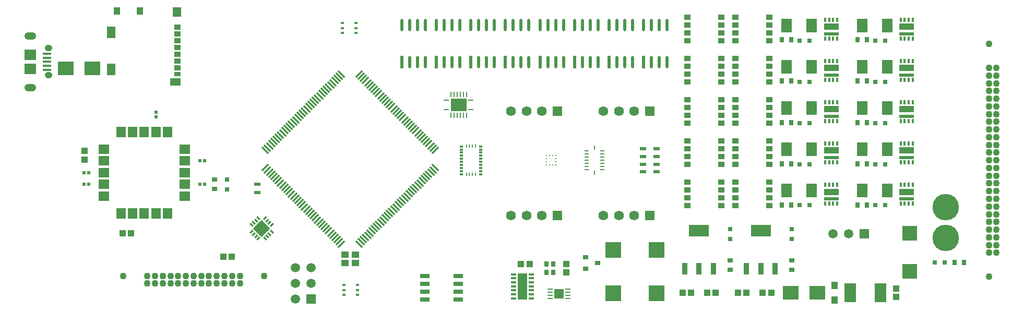
<source format=gbr>
%TF.GenerationSoftware,Altium Limited,Altium Designer,22.4.2 (48)*%
G04 Layer_Color=255*
%FSLAX45Y45*%
%MOMM*%
%TF.SameCoordinates,1579B7B8-C0FA-446B-BA7A-E71437B095E0*%
%TF.FilePolarity,Positive*%
%TF.FileFunction,Pads,Top*%
%TF.Part,Single*%
G01*
G75*
%TA.AperFunction,SMDPad,CuDef*%
G04:AMPARAMS|DCode=16|XSize=0.3mm|YSize=1.5mm|CornerRadius=0mm|HoleSize=0mm|Usage=FLASHONLY|Rotation=315.000|XOffset=0mm|YOffset=0mm|HoleType=Round|Shape=Rectangle|*
%AMROTATEDRECTD16*
4,1,4,-0.63640,-0.42426,0.42426,0.63640,0.63640,0.42426,-0.42426,-0.63640,-0.63640,-0.42426,0.0*
%
%ADD16ROTATEDRECTD16*%

%ADD17R,1.10000X0.60000*%
%TA.AperFunction,SMDPad,SMDef*%
%ADD18R,0.47500X0.35000*%
%ADD19R,0.25000X0.47500*%
%TA.AperFunction,SMDPad,CuDef*%
%ADD20R,1.10000X1.05000*%
%ADD21R,1.05000X1.10000*%
%ADD22R,1.78000X2.16000*%
%ADD23R,0.51535X0.47247*%
%ADD24R,0.60000X0.40000*%
%ADD25R,0.90000X0.70000*%
%ADD26R,0.47247X0.51535*%
%ADD27R,0.80000X0.80000*%
%ADD28R,1.52500X0.65000*%
%ADD29R,0.80000X0.90000*%
%ADD30R,1.50000X1.60000*%
G04:AMPARAMS|DCode=31|XSize=0.85mm|YSize=0.25mm|CornerRadius=0.125mm|HoleSize=0mm|Usage=FLASHONLY|Rotation=0.000|XOffset=0mm|YOffset=0mm|HoleType=Round|Shape=RoundedRectangle|*
%AMROUNDEDRECTD31*
21,1,0.85000,0.00000,0,0,0.0*
21,1,0.60000,0.25000,0,0,0.0*
1,1,0.25000,0.30000,0.00000*
1,1,0.25000,-0.30000,0.00000*
1,1,0.25000,-0.30000,0.00000*
1,1,0.25000,0.30000,0.00000*
%
%ADD31ROUNDEDRECTD31*%
%ADD32R,0.85000X0.35000*%
%ADD33R,1.65000X4.25000*%
%ADD34R,0.90000X1.85000*%
%ADD35R,2.50000X2.30000*%
%ADD36R,3.20000X1.85000*%
%ADD37R,2.45000X2.35000*%
%ADD38R,0.80000X0.80000*%
%ADD39O,0.50000X2.00000*%
%ADD40R,0.50000X2.00000*%
%ADD41R,0.90000X0.80000*%
%ADD42R,2.50000X2.50000*%
%ADD43R,0.70000X0.90000*%
%ADD44R,1.00000X1.15000*%
%ADD45R,1.95580X3.14960*%
%ADD46R,1.14000X0.91000*%
%ADD47R,0.40640X0.68580*%
%ADD48R,2.43840X0.55880*%
%ADD49R,2.43840X1.04140*%
%TA.AperFunction,ConnectorPad*%
%ADD50R,1.35000X0.40000*%
%TA.AperFunction,SMDPad,CuDef*%
%ADD51R,1.50000X1.80000*%
%ADD52R,1.80000X1.50000*%
G04:AMPARAMS|DCode=53|XSize=0.3mm|YSize=1.5mm|CornerRadius=0mm|HoleSize=0mm|Usage=FLASHONLY|Rotation=45.000|XOffset=0mm|YOffset=0mm|HoleType=Round|Shape=Rectangle|*
%AMROTATEDRECTD53*
4,1,4,0.42426,-0.63640,-0.63640,0.42426,-0.42426,0.63640,0.63640,-0.42426,0.42426,-0.63640,0.0*
%
%ADD53ROTATEDRECTD53*%

%ADD54R,1.20000X1.00000*%
%ADD55R,0.67500X0.25000*%
%ADD56R,0.25000X0.67500*%
%ADD57R,0.85000X0.28000*%
%ADD58R,0.28000X0.85000*%
%ADD59R,2.55000X2.05000*%
%ADD60R,0.25000X0.27500*%
%ADD61R,0.27500X0.25000*%
%TA.AperFunction,ConnectorPad*%
%ADD62R,1.35000X1.90000*%
%ADD63R,1.00000X1.20000*%
%ADD64R,1.35000X1.55000*%
%ADD65R,1.10000X0.85000*%
%ADD66R,1.10000X0.75000*%
%ADD67R,1.80000X1.17000*%
%ADD68R,1.90000X1.80000*%
%TA.AperFunction,SMDPad,CuDef*%
%ADD69P,2.82843X4X180.0*%
G04:AMPARAMS|DCode=70|XSize=0.65mm|YSize=0.25mm|CornerRadius=0mm|HoleSize=0mm|Usage=FLASHONLY|Rotation=135.000|XOffset=0mm|YOffset=0mm|HoleType=Round|Shape=Rectangle|*
%AMROTATEDRECTD70*
4,1,4,0.31820,-0.14142,0.14142,-0.31820,-0.31820,0.14142,-0.14142,0.31820,0.31820,-0.14142,0.0*
%
%ADD70ROTATEDRECTD70*%

G04:AMPARAMS|DCode=71|XSize=0.65mm|YSize=0.25mm|CornerRadius=0mm|HoleSize=0mm|Usage=FLASHONLY|Rotation=45.000|XOffset=0mm|YOffset=0mm|HoleType=Round|Shape=Rectangle|*
%AMROTATEDRECTD71*
4,1,4,-0.14142,-0.31820,-0.31820,-0.14142,0.14142,0.31820,0.31820,0.14142,-0.14142,-0.31820,0.0*
%
%ADD71ROTATEDRECTD71*%

%TA.AperFunction,ComponentPad*%
%ADD74C,1.59000*%
%ADD75R,1.59000X1.59000*%
%ADD76C,1.10000*%
%ADD77C,4.30000*%
%ADD78C,1.50000*%
%ADD79R,1.50000X1.50000*%
%ADD80O,1.25000X1.05000*%
%ADD81O,1.90000X1.20000*%
%ADD82R,1.50000X1.50000*%
D16*
X6482843Y4899999D02*
D03*
X6518197Y4864645D02*
D03*
X6553554Y4829288D02*
D03*
X6588907Y4793935D02*
D03*
X6624264Y4758578D02*
D03*
X6659618Y4723224D02*
D03*
X6694975Y4687867D02*
D03*
X6730328Y4652514D02*
D03*
X6765685Y4617157D02*
D03*
X6801039Y4581803D02*
D03*
X6836396Y4546446D02*
D03*
X6871749Y4511093D02*
D03*
X6907106Y4475736D02*
D03*
X6942460Y4440382D02*
D03*
X6977817Y4405025D02*
D03*
X7013170Y4369671D02*
D03*
X7048528Y4334314D02*
D03*
X7083881Y4298961D02*
D03*
X7119238Y4263604D02*
D03*
X7154591Y4228250D02*
D03*
X7189949Y4192893D02*
D03*
X7225302Y4157540D02*
D03*
X7260659Y4122183D02*
D03*
X7296013Y4086829D02*
D03*
X7331370Y4051472D02*
D03*
X7366723Y4016119D02*
D03*
X7402080Y3980762D02*
D03*
X7437434Y3945408D02*
D03*
X7472791Y3910051D02*
D03*
X7508144Y3874698D02*
D03*
X7543501Y3839341D02*
D03*
X7578855Y3803987D02*
D03*
X7614212Y3768630D02*
D03*
X7649565Y3733277D02*
D03*
X7684922Y3697920D02*
D03*
X7720276Y3662566D02*
D03*
X6199998Y2142288D02*
D03*
X6164644Y2177641D02*
D03*
X6129287Y2212998D02*
D03*
X6093933Y2248352D02*
D03*
X6058576Y2283709D02*
D03*
X6023223Y2319062D02*
D03*
X5987866Y2354419D02*
D03*
X5952512Y2389773D02*
D03*
X5917155Y2425130D02*
D03*
X5881802Y2460484D02*
D03*
X5846445Y2495841D02*
D03*
X5811091Y2531194D02*
D03*
X5775734Y2566551D02*
D03*
X5740381Y2601904D02*
D03*
X5705024Y2637262D02*
D03*
X5669670Y2672615D02*
D03*
X5634313Y2707972D02*
D03*
X5598960Y2743325D02*
D03*
X5563603Y2778682D02*
D03*
X5528249Y2814036D02*
D03*
X5492892Y2849393D02*
D03*
X5457538Y2884747D02*
D03*
X5422181Y2920104D02*
D03*
X5386828Y2955457D02*
D03*
X5351471Y2990814D02*
D03*
X5316117Y3026168D02*
D03*
X5280760Y3061525D02*
D03*
X5245407Y3096878D02*
D03*
X5210050Y3132235D02*
D03*
X5174696Y3167589D02*
D03*
X5139339Y3202946D02*
D03*
X5103986Y3238299D02*
D03*
X5068629Y3273656D02*
D03*
X5033275Y3309010D02*
D03*
X4997918Y3344367D02*
D03*
X4962565Y3379720D02*
D03*
D17*
X11090002Y3687501D02*
D03*
Y3562498D02*
D03*
Y3437499D02*
D03*
Y3312501D02*
D03*
X11310001D02*
D03*
Y3437499D02*
D03*
Y3562498D02*
D03*
Y3687501D02*
D03*
X4830001Y3115002D02*
D03*
Y2974997D02*
D03*
D18*
X8143751Y3725002D02*
D03*
Y3675000D02*
D03*
Y3625002D02*
D03*
Y3575000D02*
D03*
Y3525002D02*
D03*
Y3475000D02*
D03*
Y3425003D02*
D03*
Y3375000D02*
D03*
Y3325003D02*
D03*
Y3275000D02*
D03*
X8456252D02*
D03*
Y3325003D02*
D03*
Y3375000D02*
D03*
Y3425003D02*
D03*
Y3475000D02*
D03*
Y3525002D02*
D03*
Y3575000D02*
D03*
Y3625002D02*
D03*
Y3675000D02*
D03*
Y3725002D02*
D03*
D19*
X8375003Y3731250D02*
D03*
X8325000D02*
D03*
X8274998D02*
D03*
X8225000D02*
D03*
Y3268752D02*
D03*
X8274998D02*
D03*
X8325000D02*
D03*
X8375003D02*
D03*
D20*
X2035000Y3510000D02*
D03*
Y3650000D02*
D03*
X9845002Y1680001D02*
D03*
Y1820001D02*
D03*
X15200002Y1419998D02*
D03*
Y1279999D02*
D03*
D21*
X2785000Y2320000D02*
D03*
X2645000D02*
D03*
X4280000Y1935000D02*
D03*
X4420000D02*
D03*
X9250002Y1815001D02*
D03*
X9110002D02*
D03*
X11730002Y1350000D02*
D03*
X12630002Y1349999D02*
D03*
X13169998Y1349999D02*
D03*
X13029999D02*
D03*
X11870001Y1350000D02*
D03*
X12269998Y1349999D02*
D03*
X12129999D02*
D03*
X12770001Y1349999D02*
D03*
D22*
X13422501Y3010002D02*
D03*
X13827498D02*
D03*
X14647501Y5690000D02*
D03*
X15052499D02*
D03*
X13422501Y4350002D02*
D03*
X13827499D02*
D03*
X13422499Y3680002D02*
D03*
X13827502D02*
D03*
X13422501Y5020002D02*
D03*
X13827498D02*
D03*
X13422499Y5690002D02*
D03*
X13827502D02*
D03*
X14647501Y3680002D02*
D03*
X15052498D02*
D03*
X14647499Y4350002D02*
D03*
X15052502D02*
D03*
X14647501Y3010002D02*
D03*
X15052499D02*
D03*
X14647502Y5020002D02*
D03*
X15052499D02*
D03*
D23*
X2022144Y3110000D02*
D03*
X2097856D02*
D03*
X3977856D02*
D03*
X3902144D02*
D03*
X2097856Y3300000D02*
D03*
X2022144D02*
D03*
X3905000Y3490000D02*
D03*
X3980713D02*
D03*
D24*
X6235000Y1315000D02*
D03*
Y1395000D02*
D03*
Y1475000D02*
D03*
X6455000D02*
D03*
Y1395000D02*
D03*
Y1315000D02*
D03*
X6210000Y5565000D02*
D03*
Y5645000D02*
D03*
X6210000Y5725000D02*
D03*
X6430000D02*
D03*
Y5645000D02*
D03*
Y5565000D02*
D03*
D25*
X4135000Y3185000D02*
D03*
Y3035000D02*
D03*
X13499998Y1875001D02*
D03*
Y1724999D02*
D03*
X12500000Y1875001D02*
D03*
Y1724999D02*
D03*
D26*
X3190000Y4202143D02*
D03*
Y4277856D02*
D03*
D27*
X4345000Y3190000D02*
D03*
Y3030000D02*
D03*
X12500001Y2380002D02*
D03*
Y2219997D02*
D03*
X13500002Y2380000D02*
D03*
Y2220000D02*
D03*
D28*
X8096200Y1621491D02*
D03*
Y1494491D02*
D03*
Y1367491D02*
D03*
Y1240491D02*
D03*
X7553800D02*
D03*
Y1367491D02*
D03*
Y1494491D02*
D03*
Y1621491D02*
D03*
D29*
X9520002Y1680001D02*
D03*
Y1820001D02*
D03*
X9630002D02*
D03*
Y1680001D02*
D03*
D30*
X9730002Y1335001D02*
D03*
D31*
X9875002Y1410001D02*
D03*
Y1360001D02*
D03*
Y1310001D02*
D03*
Y1260001D02*
D03*
X9585002D02*
D03*
Y1310001D02*
D03*
Y1360001D02*
D03*
Y1410001D02*
D03*
D32*
X9280002Y1260001D02*
D03*
Y1325001D02*
D03*
Y1390001D02*
D03*
Y1455001D02*
D03*
Y1520001D02*
D03*
Y1585001D02*
D03*
Y1650001D02*
D03*
X8990002D02*
D03*
Y1585001D02*
D03*
Y1520001D02*
D03*
Y1455001D02*
D03*
Y1390001D02*
D03*
Y1325001D02*
D03*
Y1260001D02*
D03*
D33*
X9135002Y1455001D02*
D03*
D34*
X12770000Y1740000D02*
D03*
X11770000D02*
D03*
X12000000D02*
D03*
X12230000D02*
D03*
X13000000D02*
D03*
X13230000D02*
D03*
D35*
X13485001Y1350000D02*
D03*
X13914998D02*
D03*
X1730000Y4990000D02*
D03*
X2160000D02*
D03*
D36*
X12000000Y2360000D02*
D03*
X13000000D02*
D03*
D37*
X15414999Y2314999D02*
D03*
Y1695001D02*
D03*
D38*
X14855000Y5442500D02*
D03*
X15014999D02*
D03*
X13790002Y5442502D02*
D03*
X13629997D02*
D03*
X15014996Y4772502D02*
D03*
X14854997D02*
D03*
X13790002D02*
D03*
X13630002D02*
D03*
X15015002Y4102502D02*
D03*
X14854997D02*
D03*
X13789996D02*
D03*
X13629997D02*
D03*
X15015002Y3432502D02*
D03*
X14855002D02*
D03*
X13790002D02*
D03*
X13629997D02*
D03*
X15820003Y1845001D02*
D03*
X15980000D02*
D03*
X13790002Y2769998D02*
D03*
X13630002D02*
D03*
X14854997Y2770003D02*
D03*
X15014996D02*
D03*
D39*
X8679997Y5694998D02*
D03*
X8552997D02*
D03*
X8425997D02*
D03*
X8298997D02*
D03*
X8679997Y5094999D02*
D03*
X8552997D02*
D03*
X8425997D02*
D03*
X9239997Y5694998D02*
D03*
X9112997D02*
D03*
X8985997D02*
D03*
X8858997D02*
D03*
X9239997Y5094999D02*
D03*
X9112997D02*
D03*
X8985997D02*
D03*
X8119997Y5694998D02*
D03*
X7992997D02*
D03*
X7865997D02*
D03*
X7738997D02*
D03*
X8119997Y5094999D02*
D03*
X7992997D02*
D03*
X7865997D02*
D03*
X7305998D02*
D03*
X7432998D02*
D03*
X7559998D02*
D03*
X7178998Y5694998D02*
D03*
X7305998D02*
D03*
X7432998D02*
D03*
X7559998D02*
D03*
X10359997D02*
D03*
X10232997D02*
D03*
X10105997D02*
D03*
X9978997D02*
D03*
X10359997Y5094999D02*
D03*
X10232997D02*
D03*
X10105997D02*
D03*
X11479997Y5694998D02*
D03*
X11352997D02*
D03*
X11225997D02*
D03*
X11098997D02*
D03*
X11479997Y5094999D02*
D03*
X11352997D02*
D03*
X11225997D02*
D03*
X9799997Y5694998D02*
D03*
X9672997D02*
D03*
X9545997D02*
D03*
X9418997D02*
D03*
X9799997Y5094999D02*
D03*
X9672997D02*
D03*
X9545997D02*
D03*
X10919997Y5694998D02*
D03*
X10792997D02*
D03*
X10665997D02*
D03*
X10538997D02*
D03*
X10919997Y5094999D02*
D03*
X10792997D02*
D03*
X10665997D02*
D03*
D40*
X8298997D02*
D03*
X8858997D02*
D03*
X7738997D02*
D03*
X7178998D02*
D03*
X9978997D02*
D03*
X11098997D02*
D03*
X9418997D02*
D03*
X10538997D02*
D03*
D41*
X10154998Y1930001D02*
D03*
Y1739999D02*
D03*
X10355003Y1835000D02*
D03*
D42*
X11310001Y1345001D02*
D03*
X11310001Y2044999D02*
D03*
X10610002Y1345001D02*
D03*
Y2044999D02*
D03*
D43*
X16145000Y1845000D02*
D03*
X16295001D02*
D03*
X13495001Y2775001D02*
D03*
X13345004D02*
D03*
X14570000Y5455000D02*
D03*
X14720000D02*
D03*
X13344998Y4115001D02*
D03*
X13494997D02*
D03*
X13344998Y3445001D02*
D03*
X13495001D02*
D03*
X13345004Y4785001D02*
D03*
X13495001D02*
D03*
X13344998Y5455001D02*
D03*
X13495001D02*
D03*
X14570003Y3445001D02*
D03*
X14720001D02*
D03*
X14569998Y4115001D02*
D03*
X14720001D02*
D03*
X14569998Y2775001D02*
D03*
X14719995D02*
D03*
X14569998Y4785001D02*
D03*
X14720001D02*
D03*
D44*
X14200002Y1232499D02*
D03*
Y1467499D02*
D03*
D45*
X14454892Y1349999D02*
D03*
X14945113D02*
D03*
D46*
X12591996Y5825500D02*
D03*
Y5698500D02*
D03*
Y5571500D02*
D03*
Y5444500D02*
D03*
X13137996Y5825500D02*
D03*
Y5698500D02*
D03*
Y5571500D02*
D03*
Y5444500D02*
D03*
X11811997Y3145500D02*
D03*
Y3018500D02*
D03*
Y2891500D02*
D03*
Y2764500D02*
D03*
X12357997Y3145500D02*
D03*
Y3018500D02*
D03*
Y2891500D02*
D03*
Y2764500D02*
D03*
X12591996Y3145500D02*
D03*
Y3018500D02*
D03*
Y2891500D02*
D03*
Y2764500D02*
D03*
X13137996Y3145500D02*
D03*
Y3018500D02*
D03*
Y2891500D02*
D03*
Y2764500D02*
D03*
X11811997Y3815500D02*
D03*
Y3688500D02*
D03*
Y3561500D02*
D03*
Y3434500D02*
D03*
X12357997Y3815500D02*
D03*
Y3688500D02*
D03*
Y3561500D02*
D03*
Y3434500D02*
D03*
X12591996Y3815500D02*
D03*
Y3688500D02*
D03*
Y3561500D02*
D03*
Y3434500D02*
D03*
X13137996Y3815500D02*
D03*
Y3688500D02*
D03*
Y3561500D02*
D03*
Y3434500D02*
D03*
X11811997Y4485500D02*
D03*
Y4358500D02*
D03*
Y4231500D02*
D03*
Y4104500D02*
D03*
X12357997Y4485500D02*
D03*
Y4358500D02*
D03*
Y4231500D02*
D03*
Y4104500D02*
D03*
X12591996Y4485500D02*
D03*
Y4358500D02*
D03*
Y4231500D02*
D03*
Y4104500D02*
D03*
X13137996Y4485500D02*
D03*
Y4358500D02*
D03*
Y4231500D02*
D03*
Y4104500D02*
D03*
X11811997Y5155500D02*
D03*
Y5028500D02*
D03*
Y4901500D02*
D03*
Y4774500D02*
D03*
X12357997Y5155500D02*
D03*
Y5028500D02*
D03*
Y4901500D02*
D03*
Y4774500D02*
D03*
X12591996Y5155500D02*
D03*
Y5028500D02*
D03*
Y4901500D02*
D03*
Y4774500D02*
D03*
X13137996Y5155500D02*
D03*
Y5028500D02*
D03*
Y4901500D02*
D03*
Y4774500D02*
D03*
X11811997Y5825500D02*
D03*
Y5698500D02*
D03*
Y5571500D02*
D03*
Y5444500D02*
D03*
X12357997Y5825500D02*
D03*
Y5698500D02*
D03*
Y5571500D02*
D03*
Y5444500D02*
D03*
D47*
X14045003Y2797740D02*
D03*
X14110001D02*
D03*
X14174998D02*
D03*
X14239998D02*
D03*
Y3100000D02*
D03*
X14174998D02*
D03*
X14110001D02*
D03*
X14045003D02*
D03*
X15270004Y5780000D02*
D03*
X15335004D02*
D03*
X15400002D02*
D03*
X15464999D02*
D03*
Y5477740D02*
D03*
X15400002D02*
D03*
X15335004D02*
D03*
X15270004D02*
D03*
X14045007Y4440000D02*
D03*
X14110007D02*
D03*
X14175005D02*
D03*
X14240002D02*
D03*
Y4137740D02*
D03*
X14175005D02*
D03*
X14110007D02*
D03*
X14045007D02*
D03*
Y3770000D02*
D03*
X14110007D02*
D03*
X14175005D02*
D03*
X14240002D02*
D03*
Y3467740D02*
D03*
X14175005D02*
D03*
X14110007D02*
D03*
X14045007D02*
D03*
X14045003Y5110000D02*
D03*
X14110001D02*
D03*
X14174998D02*
D03*
X14239998D02*
D03*
Y4807740D02*
D03*
X14174998D02*
D03*
X14110001D02*
D03*
X14045003D02*
D03*
X14045007Y5780000D02*
D03*
X14110007D02*
D03*
X14175005D02*
D03*
X14240002D02*
D03*
Y5477740D02*
D03*
X14175005D02*
D03*
X14110007D02*
D03*
X14045007D02*
D03*
X15270003Y3770000D02*
D03*
X15335001D02*
D03*
X15399998D02*
D03*
X15464998D02*
D03*
Y3467740D02*
D03*
X15399998D02*
D03*
X15335001D02*
D03*
X15270003D02*
D03*
X15270007Y4440000D02*
D03*
X15335005D02*
D03*
X15400005D02*
D03*
X15465002D02*
D03*
Y4137740D02*
D03*
X15400005D02*
D03*
X15335005D02*
D03*
X15270007D02*
D03*
X15270003Y3100000D02*
D03*
X15335001D02*
D03*
X15399998D02*
D03*
X15464998D02*
D03*
Y2797740D02*
D03*
X15399998D02*
D03*
X15335001D02*
D03*
X15270003D02*
D03*
X15270007Y5110000D02*
D03*
X15335005D02*
D03*
X15400005D02*
D03*
X15465002D02*
D03*
Y4807740D02*
D03*
X15400005D02*
D03*
X15335005D02*
D03*
X15270007D02*
D03*
D48*
X14142502Y2873229D02*
D03*
X15367502Y5553230D02*
D03*
X14142502Y4213229D02*
D03*
Y3543229D02*
D03*
Y4883228D02*
D03*
Y5553228D02*
D03*
X15367502Y3543229D02*
D03*
Y4213229D02*
D03*
Y2873229D02*
D03*
Y4883228D02*
D03*
D49*
X14142502Y2988240D02*
D03*
X15367502Y5668240D02*
D03*
X14142502Y4328240D02*
D03*
Y3658240D02*
D03*
Y4998240D02*
D03*
Y5668240D02*
D03*
X15367502Y3658240D02*
D03*
Y4328240D02*
D03*
Y2988240D02*
D03*
Y4998240D02*
D03*
D50*
X1417498Y5229998D02*
D03*
Y5034998D02*
D03*
Y5100001D02*
D03*
Y4969999D02*
D03*
X1417499Y5165000D02*
D03*
D51*
X2620000Y2639999D02*
D03*
X2810002D02*
D03*
X2999999D02*
D03*
X3190001D02*
D03*
X3379998D02*
D03*
Y3960001D02*
D03*
X3190001D02*
D03*
X2999999D02*
D03*
X2810002D02*
D03*
X2620000D02*
D03*
D52*
X3659998Y2919998D02*
D03*
Y3110001D02*
D03*
Y3299998D02*
D03*
Y3490000D02*
D03*
Y3680002D02*
D03*
X2340000D02*
D03*
Y3490000D02*
D03*
Y3299998D02*
D03*
Y3110001D02*
D03*
Y2919998D02*
D03*
D53*
X7720276Y3379724D02*
D03*
X7684922Y3344371D02*
D03*
X7649565Y3309013D02*
D03*
X7614212Y3273660D02*
D03*
X7578855Y3238303D02*
D03*
X7543501Y3202949D02*
D03*
X7508144Y3167592D02*
D03*
X7472791Y3132239D02*
D03*
X7437434Y3096882D02*
D03*
X7402080Y3061528D02*
D03*
X7366723Y3026171D02*
D03*
X7331370Y2990818D02*
D03*
X7296013Y2955461D02*
D03*
X7260659Y2920107D02*
D03*
X7225302Y2884750D02*
D03*
X7189949Y2849397D02*
D03*
X7154591Y2814040D02*
D03*
X7119238Y2778686D02*
D03*
X7083881Y2743329D02*
D03*
X7048527Y2707976D02*
D03*
X7013170Y2672619D02*
D03*
X6977817Y2637265D02*
D03*
X6942460Y2601908D02*
D03*
X6907106Y2566555D02*
D03*
X6871749Y2531198D02*
D03*
X6836396Y2495844D02*
D03*
X6801039Y2460487D02*
D03*
X6765685Y2425134D02*
D03*
X6730328Y2389777D02*
D03*
X6694975Y2354423D02*
D03*
X6659618Y2319066D02*
D03*
X6624264Y2283712D02*
D03*
X6588907Y2248355D02*
D03*
X6553554Y2213002D02*
D03*
X6518197Y2177645D02*
D03*
X6482843Y2142291D02*
D03*
X4962568Y3662566D02*
D03*
X4997922Y3697920D02*
D03*
X5033279Y3733277D02*
D03*
X5068632Y3768630D02*
D03*
X5103990Y3803987D02*
D03*
X5139343Y3839341D02*
D03*
X5174700Y3874698D02*
D03*
X5210054Y3910051D02*
D03*
X5245411Y3945408D02*
D03*
X5280764Y3980762D02*
D03*
X5316121Y4016119D02*
D03*
X5351474Y4051472D02*
D03*
X5386831Y4086829D02*
D03*
X5422185Y4122183D02*
D03*
X5457542Y4157540D02*
D03*
X5492895Y4192893D02*
D03*
X5528252Y4228250D02*
D03*
X5563606Y4263604D02*
D03*
X5598963Y4298961D02*
D03*
X5634317Y4334315D02*
D03*
X5669674Y4369672D02*
D03*
X5705027Y4405025D02*
D03*
X5740384Y4440382D02*
D03*
X5775738Y4475736D02*
D03*
X5811095Y4511093D02*
D03*
X5846448Y4546446D02*
D03*
X5881805Y4581803D02*
D03*
X5917159Y4617157D02*
D03*
X5952516Y4652514D02*
D03*
X5987869Y4687867D02*
D03*
X6023226Y4723224D02*
D03*
X6058580Y4758578D02*
D03*
X6093937Y4793935D02*
D03*
X6129291Y4829288D02*
D03*
X6164648Y4864645D02*
D03*
X6200001Y4899999D02*
D03*
D54*
X6255002Y1835001D02*
D03*
X6424999D02*
D03*
Y1964998D02*
D03*
X6255002D02*
D03*
D55*
X10426251Y3650000D02*
D03*
Y3600002D02*
D03*
Y3550000D02*
D03*
Y3500002D02*
D03*
Y3450000D02*
D03*
Y3400003D02*
D03*
Y3350000D02*
D03*
X10173750D02*
D03*
Y3400003D02*
D03*
Y3450000D02*
D03*
Y3500002D02*
D03*
Y3550000D02*
D03*
Y3600002D02*
D03*
Y3650000D02*
D03*
D56*
X10299998Y3298748D02*
D03*
Y3701252D02*
D03*
D57*
X8297500Y4475000D02*
D03*
X7902500D02*
D03*
Y4324998D02*
D03*
X8297500D02*
D03*
D58*
X8224998Y4572501D02*
D03*
X8175001D02*
D03*
X8124998D02*
D03*
X8075001Y4572500D02*
D03*
X8024998Y4572501D02*
D03*
X7975002D02*
D03*
Y4227498D02*
D03*
X8024998D02*
D03*
X8075001Y4227497D02*
D03*
X8124998Y4227498D02*
D03*
X8175001D02*
D03*
X8224998D02*
D03*
D59*
X8100000Y4399999D02*
D03*
D60*
X9575000Y3576249D02*
D03*
X9624998D02*
D03*
Y3423748D02*
D03*
X9575000D02*
D03*
D61*
X9676250Y3575000D02*
D03*
Y3525002D02*
D03*
Y3475000D02*
D03*
Y3425003D02*
D03*
X9523748D02*
D03*
Y3475000D02*
D03*
Y3525002D02*
D03*
Y3575000D02*
D03*
D62*
X2458748Y4977752D02*
D03*
Y5574748D02*
D03*
D63*
X2926250Y5924750D02*
D03*
X2556248D02*
D03*
D64*
X3528748Y5907250D02*
D03*
D65*
X3541250Y5661251D02*
D03*
Y5551248D02*
D03*
Y5441251D02*
D03*
X3541250Y5331249D02*
D03*
X3541250Y5221251D02*
D03*
Y5111249D02*
D03*
X3541250Y5001252D02*
D03*
D66*
Y4896248D02*
D03*
D67*
X3506249Y4775248D02*
D03*
D68*
X1150001Y5214997D02*
D03*
X1150001Y4985000D02*
D03*
D69*
X4904999Y2395000D02*
D03*
D70*
X4742363Y2451568D02*
D03*
X4777720Y2486925D02*
D03*
X4813073Y2522279D02*
D03*
X4848430Y2557636D02*
D03*
X5067635Y2338432D02*
D03*
X5032278Y2303075D02*
D03*
X4996924Y2267721D02*
D03*
X4961567Y2232364D02*
D03*
D71*
Y2557636D02*
D03*
X4996924Y2522279D02*
D03*
X5032278Y2486925D02*
D03*
X5067635Y2451568D02*
D03*
X4848430Y2232364D02*
D03*
X4813073Y2267721D02*
D03*
X4777720Y2303075D02*
D03*
X4742363Y2338432D02*
D03*
D74*
X8949998Y4299999D02*
D03*
X9200000D02*
D03*
X9450002D02*
D03*
X10949999Y2600001D02*
D03*
X10699997D02*
D03*
X10450000D02*
D03*
X10950002Y4300002D02*
D03*
X10700000D02*
D03*
X10449998D02*
D03*
X8949998Y2599999D02*
D03*
X9200000D02*
D03*
X9450002D02*
D03*
D75*
X9699999Y4299999D02*
D03*
X11200001Y2600001D02*
D03*
X11199999Y4300001D02*
D03*
X9699999Y2599999D02*
D03*
D76*
X2660000Y1625000D02*
D03*
X4940001Y1625000D02*
D03*
X3050001Y1500001D02*
D03*
X3175000D02*
D03*
X3299998D02*
D03*
X3425002D02*
D03*
X3550001D02*
D03*
X3674999D02*
D03*
X3800003D02*
D03*
X3925001D02*
D03*
X4050000D02*
D03*
X4174998D02*
D03*
X4300002D02*
D03*
X4425000D02*
D03*
X4549998D02*
D03*
X3050002Y1625000D02*
D03*
X3175000D02*
D03*
X3299998D02*
D03*
X3425002D02*
D03*
X3550000D02*
D03*
X3674999D02*
D03*
X3800003D02*
D03*
X3925001D02*
D03*
X4050000D02*
D03*
X4174998D02*
D03*
X4300002D02*
D03*
X4425000D02*
D03*
X4549999D02*
D03*
X16700000Y2500000D02*
D03*
X16825000Y2375000D02*
D03*
Y2500000D02*
D03*
X16700000Y2250000D02*
D03*
X16825000D02*
D03*
X16700000Y2125000D02*
D03*
X16825000D02*
D03*
X16700000Y2375000D02*
D03*
Y2000000D02*
D03*
X16825000D02*
D03*
X16700000Y1610000D02*
D03*
Y5390000D02*
D03*
X16825000Y2625000D02*
D03*
Y2750000D02*
D03*
Y2875000D02*
D03*
Y3000000D02*
D03*
Y3125000D02*
D03*
Y3250000D02*
D03*
Y3375000D02*
D03*
Y3500000D02*
D03*
Y3625000D02*
D03*
Y3750000D02*
D03*
Y3875000D02*
D03*
Y4000000D02*
D03*
Y4125000D02*
D03*
Y4250000D02*
D03*
Y4375000D02*
D03*
Y4500000D02*
D03*
Y4625000D02*
D03*
Y4750000D02*
D03*
Y4875000D02*
D03*
Y5000000D02*
D03*
X16700000Y2625000D02*
D03*
Y2750000D02*
D03*
Y2875000D02*
D03*
Y3000000D02*
D03*
Y3125000D02*
D03*
Y3250000D02*
D03*
Y3375000D02*
D03*
Y3500000D02*
D03*
Y3625000D02*
D03*
Y3750000D02*
D03*
Y3875000D02*
D03*
Y4000000D02*
D03*
Y4125000D02*
D03*
Y4250000D02*
D03*
Y4375000D02*
D03*
Y4500000D02*
D03*
Y4625000D02*
D03*
Y4750000D02*
D03*
Y4875000D02*
D03*
Y5000000D02*
D03*
D77*
X16005000Y2740000D02*
D03*
X16005000Y2239996D02*
D03*
D78*
X14175999Y2305000D02*
D03*
X14430000D02*
D03*
X5451000Y1251000D02*
D03*
X5705000Y1505000D02*
D03*
X5451000D02*
D03*
X5705000Y1759000D02*
D03*
X5451000D02*
D03*
D79*
X14684000Y2305000D02*
D03*
D80*
X1450000Y5322500D02*
D03*
Y4877497D02*
D03*
D81*
X1150001Y4682502D02*
D03*
X1150001Y5517501D02*
D03*
D82*
X5705000Y1251000D02*
D03*
%TF.MD5,2cf538790468ffae62b6ef58cc653475*%
M02*

</source>
